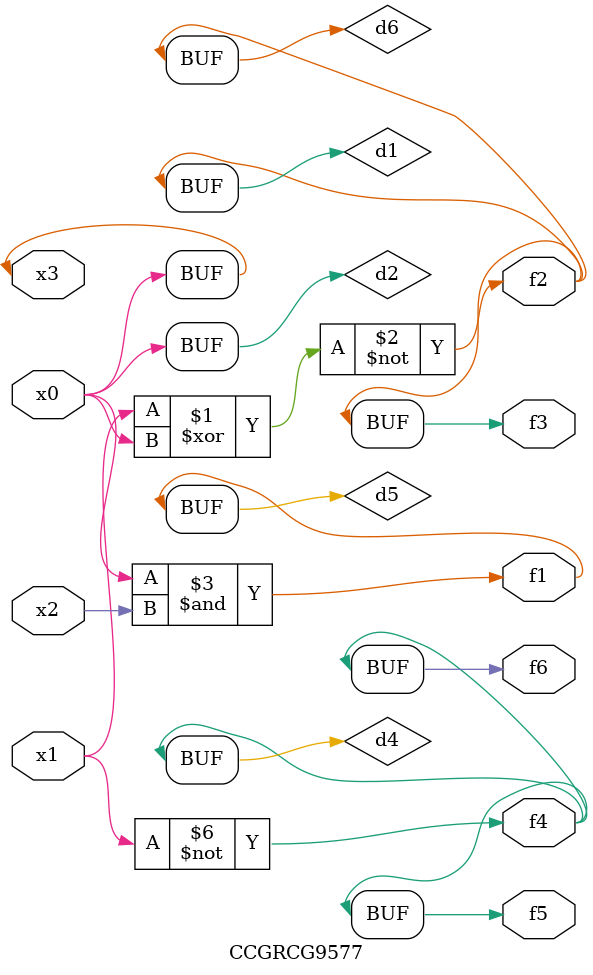
<source format=v>
module CCGRCG9577(
	input x0, x1, x2, x3,
	output f1, f2, f3, f4, f5, f6
);

	wire d1, d2, d3, d4, d5, d6;

	xnor (d1, x1, x3);
	buf (d2, x0, x3);
	nand (d3, x0, x2);
	not (d4, x1);
	nand (d5, d3);
	or (d6, d1);
	assign f1 = d5;
	assign f2 = d6;
	assign f3 = d6;
	assign f4 = d4;
	assign f5 = d4;
	assign f6 = d4;
endmodule

</source>
